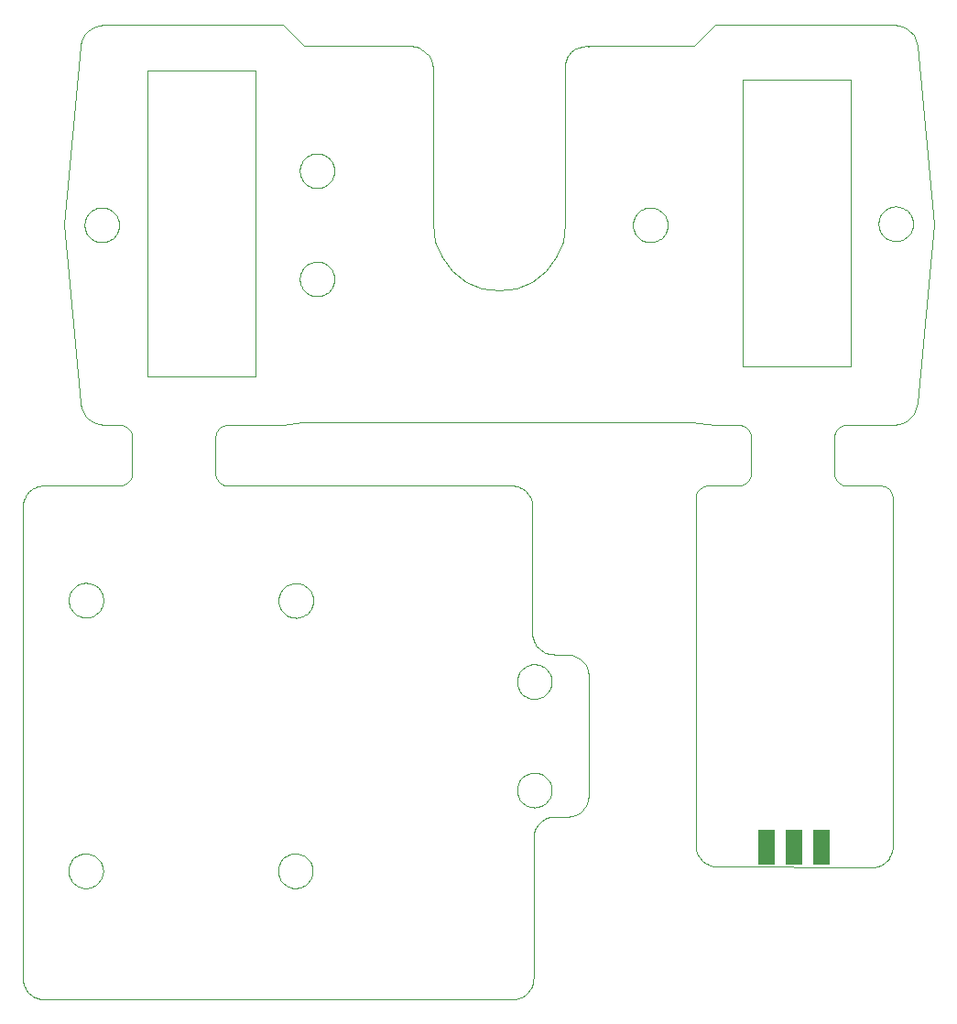
<source format=gbp>
G75*
G70*
%OFA0B0*%
%FSLAX24Y24*%
%IPPOS*%
%LPD*%
%AMOC8*
5,1,8,0,0,1.08239X$1,22.5*
%
%ADD10C,0.0010*%
%ADD11C,0.0000*%
%ADD12R,0.0600X0.1300*%
D10*
X001892Y001853D02*
X001892Y018979D01*
X001893Y019033D01*
X001897Y019087D01*
X001905Y019141D01*
X001917Y019194D01*
X001933Y019246D01*
X001952Y019296D01*
X001975Y019345D01*
X002001Y019393D01*
X002030Y019438D01*
X002063Y019482D01*
X002098Y019523D01*
X002136Y019561D01*
X002177Y019596D01*
X002221Y019629D01*
X002266Y019658D01*
X002314Y019684D01*
X002363Y019707D01*
X002413Y019726D01*
X002465Y019742D01*
X002518Y019754D01*
X002572Y019762D01*
X002626Y019766D01*
X002680Y019767D01*
X002680Y019766D02*
X005396Y019766D01*
X005438Y019767D01*
X005480Y019771D01*
X005521Y019778D01*
X005561Y019790D01*
X005600Y019805D01*
X005638Y019824D01*
X005673Y019846D01*
X005706Y019871D01*
X005737Y019900D01*
X005765Y019931D01*
X005790Y019964D01*
X005812Y020000D01*
X005831Y020037D01*
X005846Y020076D01*
X005857Y020116D01*
X005865Y020158D01*
X005869Y020199D01*
X005869Y021499D01*
X005869Y021498D02*
X005868Y021540D01*
X005864Y021582D01*
X005857Y021623D01*
X005845Y021663D01*
X005830Y021702D01*
X005811Y021740D01*
X005789Y021775D01*
X005764Y021808D01*
X005735Y021839D01*
X005704Y021867D01*
X005671Y021892D01*
X005635Y021914D01*
X005598Y021933D01*
X005559Y021948D01*
X005519Y021959D01*
X005477Y021967D01*
X005436Y021971D01*
X004845Y021971D01*
X004852Y021978D02*
X004642Y022008D01*
X004542Y022038D01*
X004442Y022088D01*
X004352Y022138D01*
X004272Y022208D01*
X004192Y022288D01*
X004132Y022368D01*
X004082Y022458D01*
X004032Y022558D01*
X003992Y022768D01*
X003392Y029268D01*
X003992Y035758D01*
X004032Y035968D01*
X004082Y036068D01*
X004132Y036158D01*
X004192Y036238D01*
X004272Y036318D01*
X004352Y036388D01*
X004442Y036438D01*
X004542Y036488D01*
X004642Y036518D01*
X004852Y036548D01*
X011342Y036548D01*
X012132Y035758D01*
X015992Y035758D01*
X016202Y035728D01*
X016312Y035698D01*
X016402Y035648D01*
X016492Y035588D01*
X016572Y035518D01*
X016652Y035438D01*
X016712Y035348D01*
X016792Y035148D01*
X016822Y034928D01*
X016822Y029268D01*
X016902Y028638D01*
X017142Y028058D01*
X017522Y027568D01*
X018022Y027188D01*
X018602Y026948D01*
X019222Y026858D01*
X019842Y026948D01*
X020422Y027188D01*
X020922Y027568D01*
X021302Y028058D01*
X021542Y028638D01*
X021622Y029268D01*
X021622Y034928D01*
X021616Y034924D02*
X021614Y034979D01*
X021616Y035034D01*
X021621Y035088D01*
X021630Y035142D01*
X021643Y035195D01*
X021660Y035248D01*
X021681Y035298D01*
X021705Y035348D01*
X021732Y035395D01*
X021763Y035441D01*
X021797Y035484D01*
X021833Y035524D01*
X021873Y035562D01*
X021915Y035597D01*
X021960Y035629D01*
X022007Y035657D01*
X022055Y035683D01*
X022106Y035704D01*
X022157Y035722D01*
X022210Y035737D01*
X022264Y035747D01*
X022318Y035754D01*
X022373Y035757D01*
X022428Y035756D01*
X022483Y035751D01*
X022452Y035758D02*
X026312Y035758D01*
X027092Y036548D01*
X033592Y036548D01*
X033802Y036518D01*
X033902Y036488D01*
X034002Y036438D01*
X034092Y036388D01*
X034172Y036318D01*
X034312Y036158D01*
X034362Y036068D01*
X034402Y035968D01*
X034452Y035758D01*
X035052Y029268D01*
X034452Y022768D01*
X034402Y022558D01*
X034362Y022458D01*
X034312Y022368D01*
X034172Y022208D01*
X034092Y022138D01*
X034002Y022088D01*
X033902Y022038D01*
X033802Y022008D01*
X033592Y021978D01*
X033585Y021971D02*
X031892Y021971D01*
X031893Y021971D02*
X031851Y021970D01*
X031809Y021966D01*
X031768Y021959D01*
X031728Y021947D01*
X031689Y021932D01*
X031651Y021913D01*
X031616Y021891D01*
X031583Y021866D01*
X031552Y021837D01*
X031524Y021806D01*
X031499Y021773D01*
X031477Y021737D01*
X031458Y021700D01*
X031443Y021661D01*
X031432Y021621D01*
X031424Y021579D01*
X031420Y021538D01*
X031420Y020239D01*
X031421Y020197D01*
X031425Y020155D01*
X031432Y020114D01*
X031444Y020074D01*
X031459Y020035D01*
X031478Y019997D01*
X031500Y019962D01*
X031525Y019929D01*
X031554Y019898D01*
X031585Y019870D01*
X031618Y019845D01*
X031654Y019823D01*
X031691Y019804D01*
X031730Y019789D01*
X031770Y019778D01*
X031812Y019770D01*
X031853Y019766D01*
X033113Y019766D01*
X033113Y019767D02*
X033154Y019763D01*
X033196Y019755D01*
X033236Y019744D01*
X033275Y019729D01*
X033312Y019710D01*
X033348Y019688D01*
X033381Y019663D01*
X033412Y019635D01*
X033441Y019604D01*
X033466Y019571D01*
X033488Y019536D01*
X033507Y019498D01*
X033522Y019459D01*
X033534Y019419D01*
X033541Y019378D01*
X033545Y019336D01*
X033546Y019294D01*
X033546Y006656D01*
X033545Y006602D01*
X033541Y006548D01*
X033533Y006494D01*
X033521Y006441D01*
X033505Y006389D01*
X033486Y006339D01*
X033463Y006290D01*
X033437Y006242D01*
X033408Y006197D01*
X033375Y006153D01*
X033340Y006112D01*
X033302Y006074D01*
X033261Y006039D01*
X033217Y006006D01*
X033172Y005977D01*
X033124Y005951D01*
X033075Y005928D01*
X033025Y005909D01*
X032973Y005893D01*
X032920Y005881D01*
X032866Y005873D01*
X032812Y005869D01*
X032758Y005868D01*
X032758Y005869D02*
X027168Y005908D01*
X027114Y005909D01*
X027060Y005913D01*
X027006Y005921D01*
X026953Y005933D01*
X026901Y005949D01*
X026851Y005968D01*
X026802Y005991D01*
X026754Y006017D01*
X026709Y006046D01*
X026665Y006079D01*
X026624Y006114D01*
X026586Y006152D01*
X026551Y006193D01*
X026518Y006237D01*
X026489Y006282D01*
X026463Y006330D01*
X026440Y006379D01*
X026421Y006429D01*
X026405Y006481D01*
X026393Y006534D01*
X026385Y006588D01*
X026381Y006642D01*
X026380Y006696D01*
X026380Y006695D02*
X026380Y019333D01*
X026380Y019334D02*
X026384Y019375D01*
X026392Y019417D01*
X026403Y019457D01*
X026418Y019496D01*
X026437Y019533D01*
X026459Y019569D01*
X026484Y019602D01*
X026512Y019633D01*
X026543Y019662D01*
X026576Y019687D01*
X026611Y019709D01*
X026649Y019728D01*
X026688Y019743D01*
X026728Y019755D01*
X026769Y019762D01*
X026811Y019766D01*
X026853Y019767D01*
X026853Y019766D02*
X027916Y019766D01*
X027958Y019767D01*
X028000Y019771D01*
X028041Y019778D01*
X028081Y019790D01*
X028120Y019805D01*
X028158Y019824D01*
X028193Y019846D01*
X028226Y019871D01*
X028257Y019900D01*
X028285Y019931D01*
X028310Y019964D01*
X028332Y020000D01*
X028351Y020037D01*
X028366Y020076D01*
X028377Y020116D01*
X028385Y020158D01*
X028389Y020199D01*
X028388Y020199D02*
X028388Y021499D01*
X028389Y021498D02*
X028388Y021540D01*
X028384Y021582D01*
X028377Y021623D01*
X028365Y021663D01*
X028350Y021702D01*
X028331Y021740D01*
X028309Y021775D01*
X028284Y021808D01*
X028255Y021839D01*
X028224Y021867D01*
X028191Y021892D01*
X028155Y021914D01*
X028118Y021933D01*
X028079Y021948D01*
X028039Y021959D01*
X027997Y021967D01*
X027956Y021971D01*
X027955Y021971D02*
X027089Y021971D01*
X027092Y021978D02*
X026233Y022060D01*
X012053Y022060D01*
X011342Y021978D01*
X011341Y021971D02*
X009373Y021971D01*
X009331Y021970D01*
X009289Y021966D01*
X009248Y021959D01*
X009208Y021947D01*
X009169Y021932D01*
X009131Y021913D01*
X009096Y021891D01*
X009063Y021866D01*
X009032Y021837D01*
X009004Y021806D01*
X008979Y021773D01*
X008957Y021737D01*
X008938Y021700D01*
X008923Y021661D01*
X008912Y021621D01*
X008904Y021579D01*
X008900Y021538D01*
X008900Y020239D01*
X008901Y020197D01*
X008905Y020155D01*
X008912Y020114D01*
X008924Y020074D01*
X008939Y020035D01*
X008958Y019997D01*
X008980Y019962D01*
X009005Y019929D01*
X009034Y019898D01*
X009065Y019870D01*
X009098Y019845D01*
X009134Y019823D01*
X009171Y019804D01*
X009210Y019789D01*
X009250Y019778D01*
X009292Y019770D01*
X009333Y019766D01*
X019648Y019766D01*
X019648Y019767D02*
X019702Y019766D01*
X019756Y019762D01*
X019810Y019754D01*
X019863Y019742D01*
X019915Y019726D01*
X019965Y019707D01*
X020014Y019684D01*
X020062Y019658D01*
X020107Y019629D01*
X020151Y019596D01*
X020192Y019561D01*
X020230Y019523D01*
X020265Y019482D01*
X020298Y019438D01*
X020327Y019393D01*
X020353Y019345D01*
X020376Y019296D01*
X020395Y019246D01*
X020411Y019194D01*
X020423Y019141D01*
X020431Y019087D01*
X020435Y019033D01*
X020436Y018979D01*
X020436Y014412D01*
X020435Y014412D02*
X020436Y014358D01*
X020440Y014304D01*
X020448Y014250D01*
X020460Y014197D01*
X020476Y014145D01*
X020495Y014095D01*
X020518Y014046D01*
X020544Y013998D01*
X020573Y013953D01*
X020606Y013909D01*
X020641Y013868D01*
X020679Y013830D01*
X020720Y013795D01*
X020764Y013762D01*
X020809Y013733D01*
X020857Y013707D01*
X020906Y013684D01*
X020956Y013665D01*
X021008Y013649D01*
X021061Y013637D01*
X021115Y013629D01*
X021169Y013625D01*
X021223Y013624D01*
X021219Y013615D02*
X021698Y013615D01*
X021898Y013595D01*
X021998Y013555D01*
X022088Y013515D01*
X022178Y013455D01*
X022318Y013315D01*
X022378Y013225D01*
X022428Y013135D01*
X022458Y013035D01*
X022488Y012835D01*
X022488Y008505D01*
X022458Y008295D01*
X022428Y008195D01*
X022378Y008105D01*
X022318Y008025D01*
X022248Y007945D01*
X022178Y007875D01*
X022088Y007815D01*
X021998Y007775D01*
X021898Y007745D01*
X021698Y007715D01*
X021298Y007715D01*
X021263Y007719D02*
X021209Y007718D01*
X021155Y007714D01*
X021101Y007706D01*
X021048Y007694D01*
X020996Y007678D01*
X020946Y007659D01*
X020897Y007636D01*
X020849Y007610D01*
X020804Y007581D01*
X020760Y007548D01*
X020719Y007513D01*
X020681Y007475D01*
X020646Y007434D01*
X020613Y007390D01*
X020584Y007345D01*
X020558Y007297D01*
X020535Y007248D01*
X020516Y007198D01*
X020500Y007146D01*
X020488Y007093D01*
X020480Y007039D01*
X020476Y006985D01*
X020475Y006931D01*
X020475Y006932D02*
X020475Y001853D01*
X020474Y001799D01*
X020470Y001745D01*
X020462Y001691D01*
X020450Y001638D01*
X020434Y001586D01*
X020415Y001536D01*
X020392Y001487D01*
X020366Y001439D01*
X020337Y001394D01*
X020304Y001350D01*
X020269Y001309D01*
X020231Y001271D01*
X020190Y001236D01*
X020146Y001203D01*
X020101Y001174D01*
X020053Y001148D01*
X020004Y001125D01*
X019954Y001106D01*
X019902Y001090D01*
X019849Y001078D01*
X019795Y001070D01*
X019741Y001066D01*
X019687Y001065D01*
X019688Y001066D02*
X002680Y001066D01*
X002680Y001065D02*
X002626Y001066D01*
X002572Y001070D01*
X002518Y001078D01*
X002465Y001090D01*
X002413Y001106D01*
X002363Y001125D01*
X002314Y001148D01*
X002266Y001174D01*
X002221Y001203D01*
X002177Y001236D01*
X002136Y001271D01*
X002098Y001309D01*
X002063Y001350D01*
X002030Y001394D01*
X002001Y001439D01*
X001975Y001487D01*
X001952Y001536D01*
X001933Y001586D01*
X001917Y001638D01*
X001905Y001691D01*
X001897Y001745D01*
X001893Y001799D01*
X001892Y001853D01*
X006422Y023748D02*
X006422Y034857D01*
X010362Y034857D01*
X010362Y023748D01*
X006422Y023748D01*
X028082Y024102D02*
X032012Y024102D01*
X032012Y034543D01*
X028082Y034543D01*
X028082Y024102D01*
D11*
X024097Y029254D02*
X024099Y029304D01*
X024105Y029354D01*
X024115Y029403D01*
X024129Y029451D01*
X024146Y029498D01*
X024167Y029543D01*
X024192Y029587D01*
X024220Y029628D01*
X024252Y029667D01*
X024286Y029704D01*
X024323Y029738D01*
X024363Y029768D01*
X024405Y029795D01*
X024449Y029819D01*
X024495Y029840D01*
X024542Y029856D01*
X024590Y029869D01*
X024640Y029878D01*
X024689Y029883D01*
X024740Y029884D01*
X024790Y029881D01*
X024839Y029874D01*
X024888Y029863D01*
X024936Y029848D01*
X024982Y029830D01*
X025027Y029808D01*
X025070Y029782D01*
X025111Y029753D01*
X025150Y029721D01*
X025186Y029686D01*
X025218Y029648D01*
X025248Y029608D01*
X025275Y029565D01*
X025298Y029521D01*
X025317Y029475D01*
X025333Y029427D01*
X025345Y029378D01*
X025353Y029329D01*
X025357Y029279D01*
X025357Y029229D01*
X025353Y029179D01*
X025345Y029130D01*
X025333Y029081D01*
X025317Y029033D01*
X025298Y028987D01*
X025275Y028943D01*
X025248Y028900D01*
X025218Y028860D01*
X025186Y028822D01*
X025150Y028787D01*
X025111Y028755D01*
X025070Y028726D01*
X025027Y028700D01*
X024982Y028678D01*
X024936Y028660D01*
X024888Y028645D01*
X024839Y028634D01*
X024790Y028627D01*
X024740Y028624D01*
X024689Y028625D01*
X024640Y028630D01*
X024590Y028639D01*
X024542Y028652D01*
X024495Y028668D01*
X024449Y028689D01*
X024405Y028713D01*
X024363Y028740D01*
X024323Y028770D01*
X024286Y028804D01*
X024252Y028841D01*
X024220Y028880D01*
X024192Y028921D01*
X024167Y028965D01*
X024146Y029010D01*
X024129Y029057D01*
X024115Y029105D01*
X024105Y029154D01*
X024099Y029204D01*
X024097Y029254D01*
X033034Y029294D02*
X033036Y029344D01*
X033042Y029394D01*
X033052Y029443D01*
X033066Y029491D01*
X033083Y029538D01*
X033104Y029583D01*
X033129Y029627D01*
X033157Y029668D01*
X033189Y029707D01*
X033223Y029744D01*
X033260Y029778D01*
X033300Y029808D01*
X033342Y029835D01*
X033386Y029859D01*
X033432Y029880D01*
X033479Y029896D01*
X033527Y029909D01*
X033577Y029918D01*
X033626Y029923D01*
X033677Y029924D01*
X033727Y029921D01*
X033776Y029914D01*
X033825Y029903D01*
X033873Y029888D01*
X033919Y029870D01*
X033964Y029848D01*
X034007Y029822D01*
X034048Y029793D01*
X034087Y029761D01*
X034123Y029726D01*
X034155Y029688D01*
X034185Y029648D01*
X034212Y029605D01*
X034235Y029561D01*
X034254Y029515D01*
X034270Y029467D01*
X034282Y029418D01*
X034290Y029369D01*
X034294Y029319D01*
X034294Y029269D01*
X034290Y029219D01*
X034282Y029170D01*
X034270Y029121D01*
X034254Y029073D01*
X034235Y029027D01*
X034212Y028983D01*
X034185Y028940D01*
X034155Y028900D01*
X034123Y028862D01*
X034087Y028827D01*
X034048Y028795D01*
X034007Y028766D01*
X033964Y028740D01*
X033919Y028718D01*
X033873Y028700D01*
X033825Y028685D01*
X033776Y028674D01*
X033727Y028667D01*
X033677Y028664D01*
X033626Y028665D01*
X033577Y028670D01*
X033527Y028679D01*
X033479Y028692D01*
X033432Y028708D01*
X033386Y028729D01*
X033342Y028753D01*
X033300Y028780D01*
X033260Y028810D01*
X033223Y028844D01*
X033189Y028881D01*
X033157Y028920D01*
X033129Y028961D01*
X033104Y029005D01*
X033083Y029050D01*
X033066Y029097D01*
X033052Y029145D01*
X033042Y029194D01*
X033036Y029244D01*
X033034Y029294D01*
X019878Y012635D02*
X019880Y012685D01*
X019886Y012735D01*
X019896Y012784D01*
X019910Y012832D01*
X019927Y012879D01*
X019948Y012924D01*
X019973Y012968D01*
X020001Y013009D01*
X020033Y013048D01*
X020067Y013085D01*
X020104Y013119D01*
X020144Y013149D01*
X020186Y013176D01*
X020230Y013200D01*
X020276Y013221D01*
X020323Y013237D01*
X020371Y013250D01*
X020421Y013259D01*
X020470Y013264D01*
X020521Y013265D01*
X020571Y013262D01*
X020620Y013255D01*
X020669Y013244D01*
X020717Y013229D01*
X020763Y013211D01*
X020808Y013189D01*
X020851Y013163D01*
X020892Y013134D01*
X020931Y013102D01*
X020967Y013067D01*
X020999Y013029D01*
X021029Y012989D01*
X021056Y012946D01*
X021079Y012902D01*
X021098Y012856D01*
X021114Y012808D01*
X021126Y012759D01*
X021134Y012710D01*
X021138Y012660D01*
X021138Y012610D01*
X021134Y012560D01*
X021126Y012511D01*
X021114Y012462D01*
X021098Y012414D01*
X021079Y012368D01*
X021056Y012324D01*
X021029Y012281D01*
X020999Y012241D01*
X020967Y012203D01*
X020931Y012168D01*
X020892Y012136D01*
X020851Y012107D01*
X020808Y012081D01*
X020763Y012059D01*
X020717Y012041D01*
X020669Y012026D01*
X020620Y012015D01*
X020571Y012008D01*
X020521Y012005D01*
X020470Y012006D01*
X020421Y012011D01*
X020371Y012020D01*
X020323Y012033D01*
X020276Y012049D01*
X020230Y012070D01*
X020186Y012094D01*
X020144Y012121D01*
X020104Y012151D01*
X020067Y012185D01*
X020033Y012222D01*
X020001Y012261D01*
X019973Y012302D01*
X019948Y012346D01*
X019927Y012391D01*
X019910Y012438D01*
X019896Y012486D01*
X019886Y012535D01*
X019880Y012585D01*
X019878Y012635D01*
X019878Y008685D02*
X019880Y008735D01*
X019886Y008785D01*
X019896Y008834D01*
X019910Y008882D01*
X019927Y008929D01*
X019948Y008974D01*
X019973Y009018D01*
X020001Y009059D01*
X020033Y009098D01*
X020067Y009135D01*
X020104Y009169D01*
X020144Y009199D01*
X020186Y009226D01*
X020230Y009250D01*
X020276Y009271D01*
X020323Y009287D01*
X020371Y009300D01*
X020421Y009309D01*
X020470Y009314D01*
X020521Y009315D01*
X020571Y009312D01*
X020620Y009305D01*
X020669Y009294D01*
X020717Y009279D01*
X020763Y009261D01*
X020808Y009239D01*
X020851Y009213D01*
X020892Y009184D01*
X020931Y009152D01*
X020967Y009117D01*
X020999Y009079D01*
X021029Y009039D01*
X021056Y008996D01*
X021079Y008952D01*
X021098Y008906D01*
X021114Y008858D01*
X021126Y008809D01*
X021134Y008760D01*
X021138Y008710D01*
X021138Y008660D01*
X021134Y008610D01*
X021126Y008561D01*
X021114Y008512D01*
X021098Y008464D01*
X021079Y008418D01*
X021056Y008374D01*
X021029Y008331D01*
X020999Y008291D01*
X020967Y008253D01*
X020931Y008218D01*
X020892Y008186D01*
X020851Y008157D01*
X020808Y008131D01*
X020763Y008109D01*
X020717Y008091D01*
X020669Y008076D01*
X020620Y008065D01*
X020571Y008058D01*
X020521Y008055D01*
X020470Y008056D01*
X020421Y008061D01*
X020371Y008070D01*
X020323Y008083D01*
X020276Y008099D01*
X020230Y008120D01*
X020186Y008144D01*
X020144Y008171D01*
X020104Y008201D01*
X020067Y008235D01*
X020033Y008272D01*
X020001Y008311D01*
X019973Y008352D01*
X019948Y008396D01*
X019927Y008441D01*
X019910Y008488D01*
X019896Y008536D01*
X019886Y008585D01*
X019880Y008635D01*
X019878Y008685D01*
X011178Y005745D02*
X011180Y005795D01*
X011186Y005845D01*
X011196Y005894D01*
X011210Y005942D01*
X011227Y005989D01*
X011248Y006034D01*
X011273Y006078D01*
X011301Y006119D01*
X011333Y006158D01*
X011367Y006195D01*
X011404Y006229D01*
X011444Y006259D01*
X011486Y006286D01*
X011530Y006310D01*
X011576Y006331D01*
X011623Y006347D01*
X011671Y006360D01*
X011721Y006369D01*
X011770Y006374D01*
X011821Y006375D01*
X011871Y006372D01*
X011920Y006365D01*
X011969Y006354D01*
X012017Y006339D01*
X012063Y006321D01*
X012108Y006299D01*
X012151Y006273D01*
X012192Y006244D01*
X012231Y006212D01*
X012267Y006177D01*
X012299Y006139D01*
X012329Y006099D01*
X012356Y006056D01*
X012379Y006012D01*
X012398Y005966D01*
X012414Y005918D01*
X012426Y005869D01*
X012434Y005820D01*
X012438Y005770D01*
X012438Y005720D01*
X012434Y005670D01*
X012426Y005621D01*
X012414Y005572D01*
X012398Y005524D01*
X012379Y005478D01*
X012356Y005434D01*
X012329Y005391D01*
X012299Y005351D01*
X012267Y005313D01*
X012231Y005278D01*
X012192Y005246D01*
X012151Y005217D01*
X012108Y005191D01*
X012063Y005169D01*
X012017Y005151D01*
X011969Y005136D01*
X011920Y005125D01*
X011871Y005118D01*
X011821Y005115D01*
X011770Y005116D01*
X011721Y005121D01*
X011671Y005130D01*
X011623Y005143D01*
X011576Y005159D01*
X011530Y005180D01*
X011486Y005204D01*
X011444Y005231D01*
X011404Y005261D01*
X011367Y005295D01*
X011333Y005332D01*
X011301Y005371D01*
X011273Y005412D01*
X011248Y005456D01*
X011227Y005501D01*
X011210Y005548D01*
X011196Y005596D01*
X011186Y005645D01*
X011180Y005695D01*
X011178Y005745D01*
X003548Y005745D02*
X003550Y005795D01*
X003556Y005845D01*
X003566Y005894D01*
X003580Y005942D01*
X003597Y005989D01*
X003618Y006034D01*
X003643Y006078D01*
X003671Y006119D01*
X003703Y006158D01*
X003737Y006195D01*
X003774Y006229D01*
X003814Y006259D01*
X003856Y006286D01*
X003900Y006310D01*
X003946Y006331D01*
X003993Y006347D01*
X004041Y006360D01*
X004091Y006369D01*
X004140Y006374D01*
X004191Y006375D01*
X004241Y006372D01*
X004290Y006365D01*
X004339Y006354D01*
X004387Y006339D01*
X004433Y006321D01*
X004478Y006299D01*
X004521Y006273D01*
X004562Y006244D01*
X004601Y006212D01*
X004637Y006177D01*
X004669Y006139D01*
X004699Y006099D01*
X004726Y006056D01*
X004749Y006012D01*
X004768Y005966D01*
X004784Y005918D01*
X004796Y005869D01*
X004804Y005820D01*
X004808Y005770D01*
X004808Y005720D01*
X004804Y005670D01*
X004796Y005621D01*
X004784Y005572D01*
X004768Y005524D01*
X004749Y005478D01*
X004726Y005434D01*
X004699Y005391D01*
X004669Y005351D01*
X004637Y005313D01*
X004601Y005278D01*
X004562Y005246D01*
X004521Y005217D01*
X004478Y005191D01*
X004433Y005169D01*
X004387Y005151D01*
X004339Y005136D01*
X004290Y005125D01*
X004241Y005118D01*
X004191Y005115D01*
X004140Y005116D01*
X004091Y005121D01*
X004041Y005130D01*
X003993Y005143D01*
X003946Y005159D01*
X003900Y005180D01*
X003856Y005204D01*
X003814Y005231D01*
X003774Y005261D01*
X003737Y005295D01*
X003703Y005332D01*
X003671Y005371D01*
X003643Y005412D01*
X003618Y005456D01*
X003597Y005501D01*
X003580Y005548D01*
X003566Y005596D01*
X003556Y005645D01*
X003550Y005695D01*
X003548Y005745D01*
X003558Y015595D02*
X003560Y015645D01*
X003566Y015695D01*
X003576Y015744D01*
X003590Y015792D01*
X003607Y015839D01*
X003628Y015884D01*
X003653Y015928D01*
X003681Y015969D01*
X003713Y016008D01*
X003747Y016045D01*
X003784Y016079D01*
X003824Y016109D01*
X003866Y016136D01*
X003910Y016160D01*
X003956Y016181D01*
X004003Y016197D01*
X004051Y016210D01*
X004101Y016219D01*
X004150Y016224D01*
X004201Y016225D01*
X004251Y016222D01*
X004300Y016215D01*
X004349Y016204D01*
X004397Y016189D01*
X004443Y016171D01*
X004488Y016149D01*
X004531Y016123D01*
X004572Y016094D01*
X004611Y016062D01*
X004647Y016027D01*
X004679Y015989D01*
X004709Y015949D01*
X004736Y015906D01*
X004759Y015862D01*
X004778Y015816D01*
X004794Y015768D01*
X004806Y015719D01*
X004814Y015670D01*
X004818Y015620D01*
X004818Y015570D01*
X004814Y015520D01*
X004806Y015471D01*
X004794Y015422D01*
X004778Y015374D01*
X004759Y015328D01*
X004736Y015284D01*
X004709Y015241D01*
X004679Y015201D01*
X004647Y015163D01*
X004611Y015128D01*
X004572Y015096D01*
X004531Y015067D01*
X004488Y015041D01*
X004443Y015019D01*
X004397Y015001D01*
X004349Y014986D01*
X004300Y014975D01*
X004251Y014968D01*
X004201Y014965D01*
X004150Y014966D01*
X004101Y014971D01*
X004051Y014980D01*
X004003Y014993D01*
X003956Y015009D01*
X003910Y015030D01*
X003866Y015054D01*
X003824Y015081D01*
X003784Y015111D01*
X003747Y015145D01*
X003713Y015182D01*
X003681Y015221D01*
X003653Y015262D01*
X003628Y015306D01*
X003607Y015351D01*
X003590Y015398D01*
X003576Y015446D01*
X003566Y015495D01*
X003560Y015545D01*
X003558Y015595D01*
X011198Y015585D02*
X011200Y015635D01*
X011206Y015685D01*
X011216Y015734D01*
X011230Y015782D01*
X011247Y015829D01*
X011268Y015874D01*
X011293Y015918D01*
X011321Y015959D01*
X011353Y015998D01*
X011387Y016035D01*
X011424Y016069D01*
X011464Y016099D01*
X011506Y016126D01*
X011550Y016150D01*
X011596Y016171D01*
X011643Y016187D01*
X011691Y016200D01*
X011741Y016209D01*
X011790Y016214D01*
X011841Y016215D01*
X011891Y016212D01*
X011940Y016205D01*
X011989Y016194D01*
X012037Y016179D01*
X012083Y016161D01*
X012128Y016139D01*
X012171Y016113D01*
X012212Y016084D01*
X012251Y016052D01*
X012287Y016017D01*
X012319Y015979D01*
X012349Y015939D01*
X012376Y015896D01*
X012399Y015852D01*
X012418Y015806D01*
X012434Y015758D01*
X012446Y015709D01*
X012454Y015660D01*
X012458Y015610D01*
X012458Y015560D01*
X012454Y015510D01*
X012446Y015461D01*
X012434Y015412D01*
X012418Y015364D01*
X012399Y015318D01*
X012376Y015274D01*
X012349Y015231D01*
X012319Y015191D01*
X012287Y015153D01*
X012251Y015118D01*
X012212Y015086D01*
X012171Y015057D01*
X012128Y015031D01*
X012083Y015009D01*
X012037Y014991D01*
X011989Y014976D01*
X011940Y014965D01*
X011891Y014958D01*
X011841Y014955D01*
X011790Y014956D01*
X011741Y014961D01*
X011691Y014970D01*
X011643Y014983D01*
X011596Y014999D01*
X011550Y015020D01*
X011506Y015044D01*
X011464Y015071D01*
X011424Y015101D01*
X011387Y015135D01*
X011353Y015172D01*
X011321Y015211D01*
X011293Y015252D01*
X011268Y015296D01*
X011247Y015341D01*
X011230Y015388D01*
X011216Y015436D01*
X011206Y015485D01*
X011200Y015535D01*
X011198Y015585D01*
X011971Y027286D02*
X011973Y027336D01*
X011979Y027386D01*
X011989Y027435D01*
X012003Y027483D01*
X012020Y027530D01*
X012041Y027575D01*
X012066Y027619D01*
X012094Y027660D01*
X012126Y027699D01*
X012160Y027736D01*
X012197Y027770D01*
X012237Y027800D01*
X012279Y027827D01*
X012323Y027851D01*
X012369Y027872D01*
X012416Y027888D01*
X012464Y027901D01*
X012514Y027910D01*
X012563Y027915D01*
X012614Y027916D01*
X012664Y027913D01*
X012713Y027906D01*
X012762Y027895D01*
X012810Y027880D01*
X012856Y027862D01*
X012901Y027840D01*
X012944Y027814D01*
X012985Y027785D01*
X013024Y027753D01*
X013060Y027718D01*
X013092Y027680D01*
X013122Y027640D01*
X013149Y027597D01*
X013172Y027553D01*
X013191Y027507D01*
X013207Y027459D01*
X013219Y027410D01*
X013227Y027361D01*
X013231Y027311D01*
X013231Y027261D01*
X013227Y027211D01*
X013219Y027162D01*
X013207Y027113D01*
X013191Y027065D01*
X013172Y027019D01*
X013149Y026975D01*
X013122Y026932D01*
X013092Y026892D01*
X013060Y026854D01*
X013024Y026819D01*
X012985Y026787D01*
X012944Y026758D01*
X012901Y026732D01*
X012856Y026710D01*
X012810Y026692D01*
X012762Y026677D01*
X012713Y026666D01*
X012664Y026659D01*
X012614Y026656D01*
X012563Y026657D01*
X012514Y026662D01*
X012464Y026671D01*
X012416Y026684D01*
X012369Y026700D01*
X012323Y026721D01*
X012279Y026745D01*
X012237Y026772D01*
X012197Y026802D01*
X012160Y026836D01*
X012126Y026873D01*
X012094Y026912D01*
X012066Y026953D01*
X012041Y026997D01*
X012020Y027042D01*
X012003Y027089D01*
X011989Y027137D01*
X011979Y027186D01*
X011973Y027236D01*
X011971Y027286D01*
X011971Y031223D02*
X011973Y031273D01*
X011979Y031323D01*
X011989Y031372D01*
X012003Y031420D01*
X012020Y031467D01*
X012041Y031512D01*
X012066Y031556D01*
X012094Y031597D01*
X012126Y031636D01*
X012160Y031673D01*
X012197Y031707D01*
X012237Y031737D01*
X012279Y031764D01*
X012323Y031788D01*
X012369Y031809D01*
X012416Y031825D01*
X012464Y031838D01*
X012514Y031847D01*
X012563Y031852D01*
X012614Y031853D01*
X012664Y031850D01*
X012713Y031843D01*
X012762Y031832D01*
X012810Y031817D01*
X012856Y031799D01*
X012901Y031777D01*
X012944Y031751D01*
X012985Y031722D01*
X013024Y031690D01*
X013060Y031655D01*
X013092Y031617D01*
X013122Y031577D01*
X013149Y031534D01*
X013172Y031490D01*
X013191Y031444D01*
X013207Y031396D01*
X013219Y031347D01*
X013227Y031298D01*
X013231Y031248D01*
X013231Y031198D01*
X013227Y031148D01*
X013219Y031099D01*
X013207Y031050D01*
X013191Y031002D01*
X013172Y030956D01*
X013149Y030912D01*
X013122Y030869D01*
X013092Y030829D01*
X013060Y030791D01*
X013024Y030756D01*
X012985Y030724D01*
X012944Y030695D01*
X012901Y030669D01*
X012856Y030647D01*
X012810Y030629D01*
X012762Y030614D01*
X012713Y030603D01*
X012664Y030596D01*
X012614Y030593D01*
X012563Y030594D01*
X012514Y030599D01*
X012464Y030608D01*
X012416Y030621D01*
X012369Y030637D01*
X012323Y030658D01*
X012279Y030682D01*
X012237Y030709D01*
X012197Y030739D01*
X012160Y030773D01*
X012126Y030810D01*
X012094Y030849D01*
X012066Y030890D01*
X012041Y030934D01*
X012020Y030979D01*
X012003Y031026D01*
X011989Y031074D01*
X011979Y031123D01*
X011973Y031173D01*
X011971Y031223D01*
X004136Y029254D02*
X004138Y029304D01*
X004144Y029354D01*
X004154Y029403D01*
X004168Y029451D01*
X004185Y029498D01*
X004206Y029543D01*
X004231Y029587D01*
X004259Y029628D01*
X004291Y029667D01*
X004325Y029704D01*
X004362Y029738D01*
X004402Y029768D01*
X004444Y029795D01*
X004488Y029819D01*
X004534Y029840D01*
X004581Y029856D01*
X004629Y029869D01*
X004679Y029878D01*
X004728Y029883D01*
X004779Y029884D01*
X004829Y029881D01*
X004878Y029874D01*
X004927Y029863D01*
X004975Y029848D01*
X005021Y029830D01*
X005066Y029808D01*
X005109Y029782D01*
X005150Y029753D01*
X005189Y029721D01*
X005225Y029686D01*
X005257Y029648D01*
X005287Y029608D01*
X005314Y029565D01*
X005337Y029521D01*
X005356Y029475D01*
X005372Y029427D01*
X005384Y029378D01*
X005392Y029329D01*
X005396Y029279D01*
X005396Y029229D01*
X005392Y029179D01*
X005384Y029130D01*
X005372Y029081D01*
X005356Y029033D01*
X005337Y028987D01*
X005314Y028943D01*
X005287Y028900D01*
X005257Y028860D01*
X005225Y028822D01*
X005189Y028787D01*
X005150Y028755D01*
X005109Y028726D01*
X005066Y028700D01*
X005021Y028678D01*
X004975Y028660D01*
X004927Y028645D01*
X004878Y028634D01*
X004829Y028627D01*
X004779Y028624D01*
X004728Y028625D01*
X004679Y028630D01*
X004629Y028639D01*
X004581Y028652D01*
X004534Y028668D01*
X004488Y028689D01*
X004444Y028713D01*
X004402Y028740D01*
X004362Y028770D01*
X004325Y028804D01*
X004291Y028841D01*
X004259Y028880D01*
X004231Y028921D01*
X004206Y028965D01*
X004185Y029010D01*
X004168Y029057D01*
X004154Y029105D01*
X004144Y029154D01*
X004138Y029204D01*
X004136Y029254D01*
D12*
X028963Y006617D03*
X029963Y006617D03*
X030963Y006617D03*
M02*

</source>
